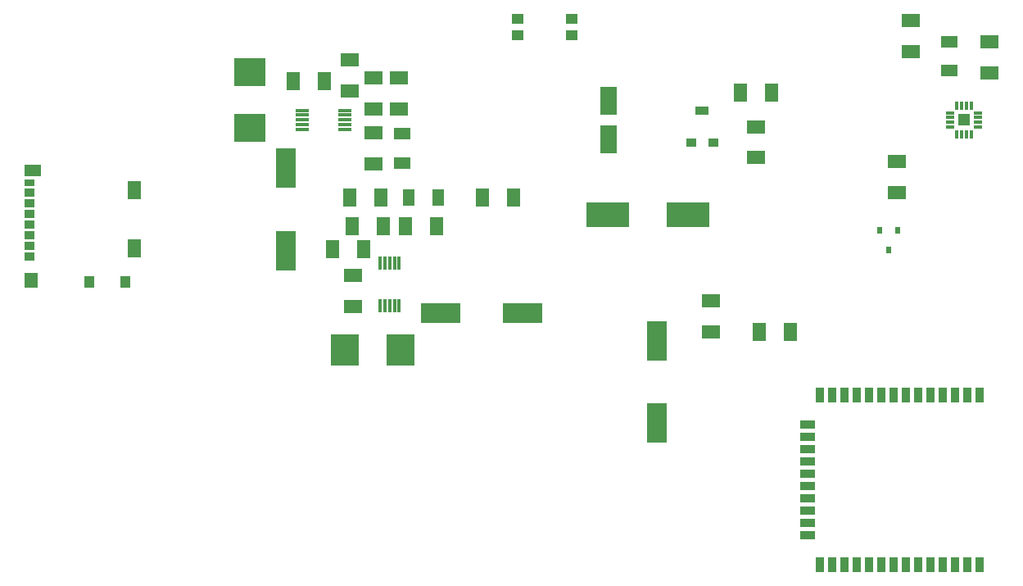
<source format=gtp>
G04*
G04 #@! TF.GenerationSoftware,Altium Limited,Altium Designer,23.5.1 (21)*
G04*
G04 Layer_Color=8421504*
%FSLAX44Y44*%
%MOMM*%
G71*
G04*
G04 #@! TF.SameCoordinates,FC4C4C8E-A767-40D1-8FD6-770ACC15EC19*
G04*
G04*
G04 #@! TF.FilePolarity,Positive*
G04*
G01*
G75*
%ADD14R,2.8500X3.2000*%
%ADD15R,1.9000X1.3500*%
%ADD16R,1.4000X0.3000*%
%ADD17R,0.3000X1.4000*%
%ADD18R,1.3500X1.9000*%
%ADD19R,0.9000X1.5000*%
%ADD20R,1.5000X0.9000*%
%ADD21R,2.1500X4.1000*%
%ADD22R,1.8000X1.1500*%
%ADD23R,0.8500X0.3000*%
%ADD24R,0.3000X0.8500*%
%ADD25R,1.2500X1.2500*%
%ADD26R,1.8000X2.9000*%
%ADD27R,1.1500X1.8000*%
%ADD28R,0.6000X0.7000*%
%ADD29R,1.2000X1.0000*%
%ADD30R,4.1000X2.1500*%
%ADD31R,1.1000X0.9000*%
%ADD32R,1.4000X0.9000*%
%ADD33R,4.4000X2.5000*%
%ADD34R,1.3500X1.5500*%
%ADD35R,1.0000X1.2000*%
%ADD36R,1.3500X1.9000*%
%ADD37R,1.8000X1.1700*%
%ADD38R,1.1000X0.7500*%
%ADD39R,1.1000X0.8500*%
%ADD40R,3.2000X2.8500*%
D14*
X626960Y916240D02*
D03*
X683960D02*
D03*
D15*
X635460Y961240D02*
D03*
Y993240D02*
D03*
X1212000Y1257000D02*
D03*
Y1225000D02*
D03*
X1293000Y1235000D02*
D03*
Y1203000D02*
D03*
X1197000Y1111000D02*
D03*
Y1079000D02*
D03*
X1052000Y1147000D02*
D03*
Y1115000D02*
D03*
X1005000Y935000D02*
D03*
Y967000D02*
D03*
X632210Y1184180D02*
D03*
Y1216180D02*
D03*
X656340Y1165130D02*
D03*
Y1197130D02*
D03*
X656240Y1140540D02*
D03*
Y1108540D02*
D03*
X683010Y1197130D02*
D03*
Y1165130D02*
D03*
D16*
X582500Y1164000D02*
D03*
Y1159000D02*
D03*
Y1154000D02*
D03*
Y1149000D02*
D03*
Y1144000D02*
D03*
X626500D02*
D03*
Y1149000D02*
D03*
Y1154000D02*
D03*
Y1159000D02*
D03*
Y1164000D02*
D03*
D17*
X663000Y962000D02*
D03*
X668000D02*
D03*
X673000D02*
D03*
X678000D02*
D03*
X683000D02*
D03*
Y1006000D02*
D03*
X678000D02*
D03*
X673000D02*
D03*
X668000D02*
D03*
X663000D02*
D03*
D18*
X769000Y1074000D02*
D03*
X801000D02*
D03*
X1068000Y1182000D02*
D03*
X1036000D02*
D03*
X632000Y1074000D02*
D03*
X664000D02*
D03*
X689460Y1044240D02*
D03*
X721460D02*
D03*
X666165Y1044340D02*
D03*
X634165D02*
D03*
X613820Y1020210D02*
D03*
X645820D02*
D03*
X1055000Y935000D02*
D03*
X1087000D02*
D03*
X605240Y1194540D02*
D03*
X573240D02*
D03*
D19*
X1282600Y869500D02*
D03*
X1269900D02*
D03*
X1257200D02*
D03*
X1244500D02*
D03*
X1231800D02*
D03*
X1219100D02*
D03*
X1206400D02*
D03*
X1193700D02*
D03*
X1181000D02*
D03*
X1168300D02*
D03*
X1155600D02*
D03*
X1142900D02*
D03*
X1130200D02*
D03*
X1117500D02*
D03*
Y694500D02*
D03*
X1130200D02*
D03*
X1142900D02*
D03*
X1155600D02*
D03*
X1168300D02*
D03*
X1181000D02*
D03*
X1193700D02*
D03*
X1206400D02*
D03*
X1219100D02*
D03*
X1231800D02*
D03*
X1244500D02*
D03*
X1257200D02*
D03*
X1269900D02*
D03*
X1282600D02*
D03*
D20*
X1105000Y839150D02*
D03*
Y826450D02*
D03*
Y813750D02*
D03*
Y801050D02*
D03*
Y788350D02*
D03*
Y775650D02*
D03*
Y762950D02*
D03*
Y750250D02*
D03*
Y737550D02*
D03*
Y724850D02*
D03*
D21*
X949000Y841000D02*
D03*
Y926000D02*
D03*
X566170Y1104250D02*
D03*
Y1019250D02*
D03*
D22*
X1252000Y1205000D02*
D03*
Y1235000D02*
D03*
X686240Y1109540D02*
D03*
Y1139540D02*
D03*
D23*
X1281500Y1146500D02*
D03*
Y1151500D02*
D03*
Y1156500D02*
D03*
Y1161500D02*
D03*
X1252500D02*
D03*
Y1156500D02*
D03*
Y1151500D02*
D03*
Y1146500D02*
D03*
D24*
X1274500Y1168500D02*
D03*
X1269500D02*
D03*
X1264500D02*
D03*
X1259500D02*
D03*
Y1139500D02*
D03*
X1264500D02*
D03*
X1269500D02*
D03*
X1274500D02*
D03*
D25*
X1267000Y1154000D02*
D03*
D26*
X899343Y1133971D02*
D03*
Y1173971D02*
D03*
D27*
X723000Y1074000D02*
D03*
X693000D02*
D03*
D28*
X1198500Y1040000D02*
D03*
X1179500D02*
D03*
X1189000Y1020000D02*
D03*
D29*
X805000Y1241500D02*
D03*
Y1258500D02*
D03*
X861000Y1241500D02*
D03*
Y1258500D02*
D03*
D30*
X810750Y954170D02*
D03*
X725750D02*
D03*
D31*
X984500Y1130500D02*
D03*
X1007500D02*
D03*
D32*
X996000Y1163500D02*
D03*
D33*
X981500Y1056000D02*
D03*
X898500D02*
D03*
D34*
X302250Y988400D02*
D03*
D35*
X362500Y986650D02*
D03*
X399500D02*
D03*
D36*
X409250Y1021650D02*
D03*
Y1081350D02*
D03*
D37*
X304500Y1101600D02*
D03*
D38*
X301000Y1089500D02*
D03*
D39*
Y1079000D02*
D03*
Y1068000D02*
D03*
Y1057000D02*
D03*
Y1046000D02*
D03*
Y1035000D02*
D03*
Y1024000D02*
D03*
Y1013000D02*
D03*
D40*
X528240Y1146040D02*
D03*
Y1203040D02*
D03*
M02*

</source>
